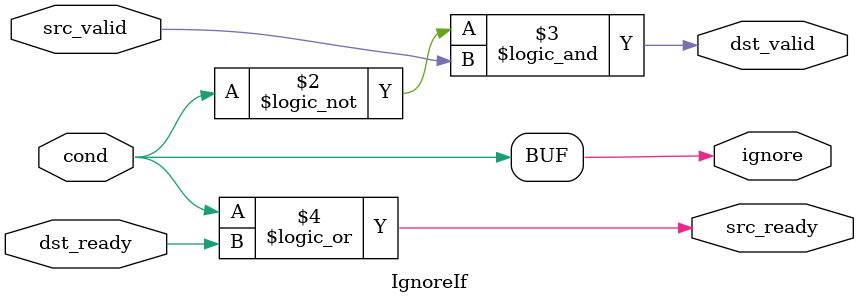
<source format=sv>
`ifndef __HELPER_SV__
`define __HELPER_SV__
module Forward(
	input  logic clk,
	input  logic rst,
	input  logic src_valid,
	output logic src_ready,
	output logic dst_valid,
	input  logic dst_ready
);
	logic dst_valid_w;
	assign dst_valid_w = src_valid || (dst_valid && !dst_ready);
	assign src_ready = !dst_valid || dst_ready;
	always_ff @(posedge clk or negedge rst) begin
		if (!rst) dst_valid <= 1'b0;
		else dst_valid <= dst_valid_w;
	end
endmodule

module Merge(
	src_valids,
	src_readys,
	dst_valid,
	dst_ready
);
	parameter N = 2;
	input  logic [N-1:0] src_valids;
	output logic [N-1:0] src_readys;
	output logic dst_valid;
	input  logic dst_ready;
	assign dst_valid = &src_valids;
	assign src_readys = {N{dst_valid && dst_ready}};
endmodule

module Broadcast(
	clk,
	rst,
	src_valid,
	src_ready,
	dst_valids,
	dst_readys
);
	parameter N = 2;
	input  logic clk;
	input  logic rst;
	input  logic src_valid;
	output logic src_ready;
	output logic [N-1:0] dst_valids;
	input  logic [N-1:0] dst_readys;
	logic [N-1:0] got, got_test, got_w;
	assign dst_valids = {N{src_valid}} & ~got;
	assign got_test = got | dst_readys;
	assign src_ready = &got_test;
	assign got_w = (src_valid && !src_ready) ? got_test : '0;
	always_ff @(posedge clk or negedge rst) begin
		if (!rst) got <= '0;
		else got <= got_w;
	end
endmodule

module AcceptIf(
	input  logic cond,
	input  logic src_valid,
	output logic src_ready,
	output logic dst_valid,
	input  logic dst_ready,
	output logic accept
);
	parameter bit COND = 1;
	assign accept = cond == COND;
	assign dst_valid = src_valid;
	assign src_ready = dst_ready && accept;
endmodule

module IgnoreIf(
	input  logic cond,
	input  logic src_valid,
	output logic src_ready,
	output logic dst_valid,
	input  logic dst_ready,
	output logic ignore
);
	parameter bit COND = 1;
	assign ignore = cond == COND;
	assign dst_valid = !ignore && src_valid;
	assign src_ready = ignore || dst_ready;
endmodule
`endif

</source>
